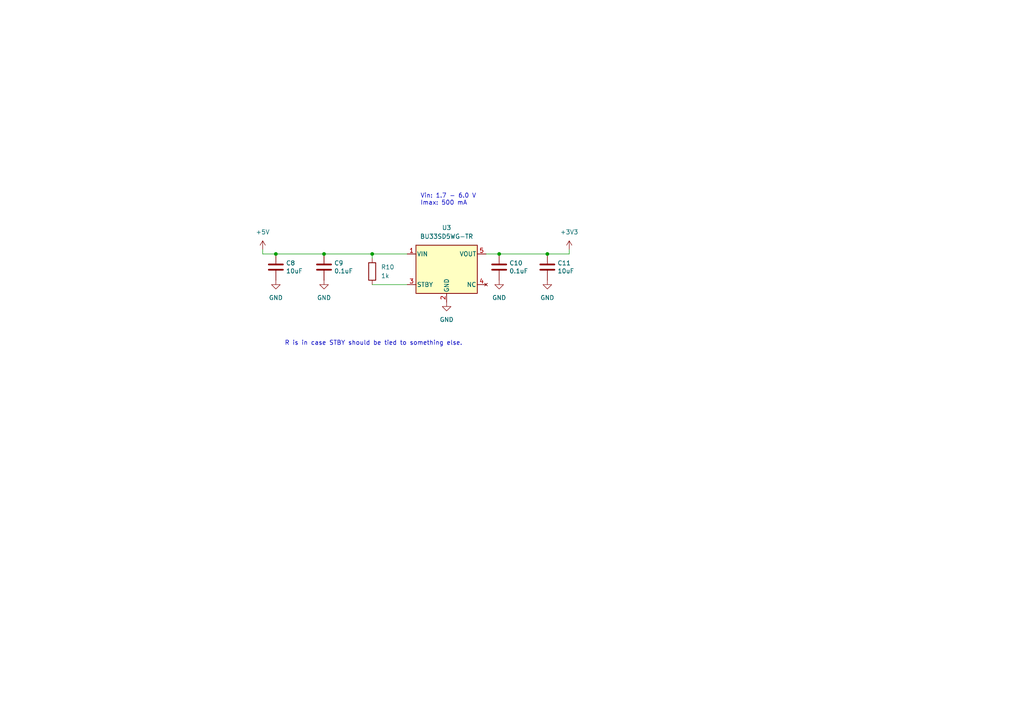
<source format=kicad_sch>
(kicad_sch (version 20211123) (generator eeschema)
  (paper "A4")
  (title_block (date "2022/01/17") (rev "v0.1"))
  (lib_symbols
    (symbol "Device:C" (pin_numbers hide) (pin_names (offset 0.254))
      (property "Reference" "C" (at 0.635 2.54 0))
      (property "Value" "C" (at 0.635 -2.54 0))
      (symbol "C_0_1"
        (polyline (pts (xy -2.032 -0.762) (xy 2.032 -0.762)) (stroke (width 0.508)))
        (polyline (pts (xy -2.032 0.762) (xy 2.032 0.762)) (stroke (width 0.508)))
      )
      (symbol "C_1_1"
        (pin passive line (at 0 3.81 270) (length 2.794) (name "~") (number "1"))
        (pin passive line (at 0 -3.81 90) (length 2.794) (name "~") (number "2"))
      )
    )
    (symbol "Device:R" (pin_numbers hide) (pin_names (offset 0))
      (property "Reference" "R" (at 2.032 0 90))
      (property "Value" "R" (at 0 0 90))
      (symbol "R_0_1"
        (rectangle (start -1.016 -2.54) (end 1.016 2.54) (stroke (width 0.254)))
      )
      (symbol "R_1_1"
        (pin passive line (at 0 3.81 270) (length 1.27) (name "~") (number "1"))
        (pin passive line (at 0 -3.81 90) (length 1.27) (name "~") (number "2"))
      )
    )
    (symbol "myLib:BU33SD5WG-TR" (pin_names (offset 0.254))
      (property "Reference" "U" (at 0 8.255 0))
      (property "Value" "BU33SD5WG-TR" (at 0 6.35 0))
      (symbol "BU33SD5WG-TR_0_0"
        (pin no_connect line (at 11.43 -6.35 180) (length 2.54) (name "NC") (number "4"))
      )
      (symbol "BU33SD5WG-TR_0_1"
        (rectangle (start -8.89 5.08) (end 8.89 -8.89) (stroke (width 0.254)) (fill (type background)))
      )
      (symbol "BU33SD5WG-TR_1_1"
        (pin power_in line (at -11.43 2.54 0) (length 2.54) (name "VIN") (number "1"))
        (pin power_in line (at 0 -11.43 90) (length 2.54) (name "GND") (number "2"))
        (pin input line (at -11.43 -6.35 0) (length 2.54) (name "STBY") (number "3"))
        (pin power_out line (at 11.43 2.54 180) (length 2.54) (name "VOUT") (number "5"))
      )
    )
    (symbol "power:+3.3V" (power) (pin_names (offset 0))
      (property "Value" "+3.3V" (at 0 3.556 0))
      (symbol "+3.3V_0_1"
        (polyline (pts (xy -0.762 1.27) (xy 0 2.54)))
        (polyline (pts (xy 0 0) (xy 0 2.54)))
        (polyline (pts (xy 0 2.54) (xy 0.762 1.27)))
      )
      (symbol "+3.3V_1_1"
        (pin power_in line (at 0 0 90) (length 0) hide (name "+3V3") (number "1"))
      )
    )
    (symbol "power:+5V" (power) (pin_names (offset 0))
      (property "Value" "+5V" (at 0 3.556 0))
      (symbol "+5V_0_1"
        (polyline (pts (xy -0.762 1.27) (xy 0 2.54)))
        (polyline (pts (xy 0 0) (xy 0 2.54)))
        (polyline (pts (xy 0 2.54) (xy 0.762 1.27)))
      )
      (symbol "+5V_1_1"
        (pin power_in line (at 0 0 90) (length 0) hide (name "+5V") (number "1"))
      )
    )
    (symbol "power:GND" (power) (pin_names (offset 0))
      (property "Value" "GND" (at 0 -3.81 0))
      (symbol "GND_0_1"
        (polyline (pts (xy 0 0) (xy 0 -1.27) (xy 1.27 -1.27) (xy 0 -2.54) (xy -1.27 -1.27) (xy 0 -1.27)))
      )
      (symbol "GND_1_1"
        (pin power_in line (at 0 0 270) (length 0) hide (name "GND") (number "1"))
      )
    )
  )
  (junction (at 93.98 73.66))
  (junction (at 144.78 73.66))
  (junction (at 158.75 73.66))
  (junction (at 107.95 73.66))
  (junction (at 80.01 73.66))
  (wire (pts (xy 80.01 73.66) (xy 93.98 73.66)))
  (wire (pts (xy 76.2 73.66) (xy 80.01 73.66)))
  (wire (pts (xy 107.95 73.66) (xy 107.95 74.93)))
  (wire (pts (xy 76.2 72.39) (xy 76.2 73.66)))
  (wire (pts (xy 158.75 73.66) (xy 165.1 73.66)))
  (wire (pts (xy 107.95 82.55) (xy 118.11 82.55)))
  (wire (pts (xy 144.78 73.66) (xy 158.75 73.66)))
  (wire (pts (xy 107.95 73.66) (xy 118.11 73.66)))
  (wire (pts (xy 165.1 72.39) (xy 165.1 73.66)))
  (wire (pts (xy 140.97 73.66) (xy 144.78 73.66)))
  (wire (pts (xy 93.98 73.66) (xy 107.95 73.66)))
  (text "Vin: 1.7 - 6.0 V\nImax: 500 mA" (at 121.92 59.69 0) (effects (font (size 1.27 1.27)) (justify left bottom)))
  (text "R is in case STBY should be tied to something else." (at 82.55 100.33 0) (effects (font (size 1.27 1.27)) (justify left bottom)))
  (symbol (lib_id "power:GND") (at 144.78 81.28 0) (unit 1)
    (property "Reference" "#PWR028" (effects hide))
    (property "Value" "GND" (at 144.78 86.36 0))
  )
  (symbol (lib_id "power:GND") (at 158.75 81.28 0) (unit 1)
    (property "Reference" "#PWR029" (effects hide))
    (property "Value" "GND" (at 158.75 86.36 0))
  )
  (symbol (lib_id "power:GND") (at 129.54 87.63 0) (unit 1)
    (property "Reference" "#PWR027" (effects hide))
    (property "Value" "GND" (at 129.54 92.71 0))
  )
  (symbol (lib_id "Device:C") (at 144.78 77.47 0) (unit 1)
    (property "Reference" "C10" (at 147.701 76.3016 0) (effects (justify left)))
    (property "Value" "0.1uF" (at 147.701 78.613 0) (effects (justify left)))
    (property "Footprint" "Capacitor_SMD:C_0603_1608Metric" (effects hide))
  )
  (symbol (lib_id "Device:C") (at 93.98 77.47 0) (unit 1)
    (property "Reference" "C9" (at 96.901 76.3016 0) (effects (justify left)))
    (property "Value" "0.1uF" (at 96.901 78.613 0) (effects (justify left)))
    (property "Footprint" "Capacitor_SMD:C_0603_1608Metric" (effects hide))
  )
  (symbol (lib_id "Device:C") (at 158.75 77.47 0) (unit 1)
    (property "Reference" "C11" (at 161.671 76.3016 0) (effects (justify left)))
    (property "Value" "10uF" (at 161.671 78.613 0) (effects (justify left)))
    (property "Footprint" "Capacitor_SMD:C_0603_1608Metric" (effects hide))
  )
  (symbol (lib_id "power:+5V") (at 76.2 72.39 0) (unit 1)
    (property "Reference" "#PWR024" (effects hide))
    (property "Value" "+5V" (at 76.2 67.31 0))
  )
  (symbol (lib_id "Device:R") (at 107.95 78.74 0) (unit 1)
    (property "Reference" "R10" (at 110.49 77.4699 0) (effects (justify left)))
    (property "Value" "1k" (at 110.49 80.0099 0) (effects (justify left)))
    (property "Footprint" "Resistor_SMD:R_0603_1608Metric" (effects hide))
  )
  (symbol (lib_id "Device:C") (at 80.01 77.47 0) (unit 1)
    (property "Reference" "C8" (at 82.931 76.3016 0) (effects (justify left)))
    (property "Value" "10uF" (at 82.931 78.613 0) (effects (justify left)))
    (property "Footprint" "Capacitor_SMD:C_0603_1608Metric" (effects hide))
  )
  (symbol (lib_id "power:+3.3V") (at 165.1 72.39 0) (unit 1)
    (property "Reference" "#PWR030" (effects hide))
    (property "Value" "+3.3V" (at 165.1 67.31 0))
  )
  (symbol (lib_id "power:GND") (at 93.98 81.28 0) (unit 1)
    (property "Reference" "#PWR026" (effects hide))
    (property "Value" "GND" (at 93.98 86.36 0))
  )
  (symbol (lib_id "power:GND") (at 80.01 81.28 0) (unit 1)
    (property "Reference" "#PWR025" (effects hide))
    (property "Value" "GND" (at 80.01 86.36 0))
  )
  (symbol (lib_id "myLib:BU33SD5WG-TR") (at 129.54 76.2 0) (unit 1)
    (property "Reference" "U3" (at 129.54 66.04 0))
    (property "Value" "BU33SD5WG-TR" (at 129.54 68.58 0))
    (property "Footprint" "Package_TO_SOT_SMD:SOT-23-5_HandSoldering" (effects hide))
    (property "Datasheet" "https://www.farnell.com/datasheets/2736509.pdf" (effects hide))
  )
)
</source>
